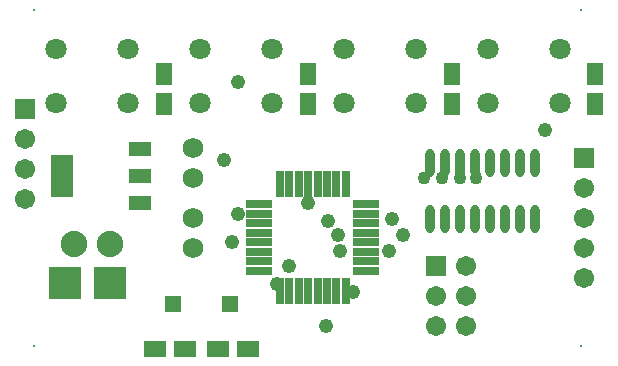
<source format=gts>
G04 Layer_Color=8388736*
%FSLAX25Y25*%
%MOIN*%
G70*
G01*
G75*
%ADD37O,0.03162X0.09461*%
%ADD38R,0.07690X0.14186*%
%ADD39R,0.07690X0.04934*%
%ADD40R,0.07690X0.04934*%
%ADD41R,0.05800X0.07800*%
%ADD42R,0.08800X0.02800*%
%ADD43R,0.02800X0.08800*%
%ADD44C,0.07100*%
%ADD45C,0.08800*%
%ADD46R,0.10800X0.10800*%
%ADD47C,0.00800*%
%ADD48R,0.05800X0.05800*%
%ADD49R,0.07800X0.05800*%
%ADD50C,0.06706*%
%ADD51R,0.06706X0.06706*%
%ADD52C,0.06800*%
%ADD53C,0.04800*%
%ADD54C,0.04300*%
D37*
X179000Y72949D02*
D03*
X174000D02*
D03*
X169000D02*
D03*
X164000D02*
D03*
X159000D02*
D03*
X154000D02*
D03*
X149000D02*
D03*
X144000D02*
D03*
X179000Y54051D02*
D03*
X174000D02*
D03*
X169000D02*
D03*
X164000D02*
D03*
X159000D02*
D03*
X154000D02*
D03*
X149000D02*
D03*
X144000D02*
D03*
D38*
X21508Y68500D02*
D03*
D39*
X47492Y77555D02*
D03*
Y68500D02*
D03*
D40*
X47492Y59445D02*
D03*
D41*
X55500Y102500D02*
D03*
Y92500D02*
D03*
X103500Y102500D02*
D03*
Y92500D02*
D03*
X199000Y102500D02*
D03*
Y92500D02*
D03*
X151500Y102500D02*
D03*
Y92500D02*
D03*
D42*
X87098Y59024D02*
D03*
Y55874D02*
D03*
Y52724D02*
D03*
Y49575D02*
D03*
Y46425D02*
D03*
Y43276D02*
D03*
Y40126D02*
D03*
Y36976D02*
D03*
X122902D02*
D03*
Y40126D02*
D03*
Y43276D02*
D03*
Y46425D02*
D03*
Y49575D02*
D03*
Y52724D02*
D03*
Y55874D02*
D03*
Y59024D02*
D03*
D43*
X93976Y30098D02*
D03*
X97126D02*
D03*
X100276D02*
D03*
X103425D02*
D03*
X106575D02*
D03*
X109724D02*
D03*
X112874D02*
D03*
X116024D02*
D03*
X116024Y65902D02*
D03*
X112874D02*
D03*
X109724D02*
D03*
X106575D02*
D03*
X103425D02*
D03*
X100276D02*
D03*
X97126D02*
D03*
X93976D02*
D03*
D44*
X43500Y111000D02*
D03*
X19500Y93000D02*
D03*
Y111000D02*
D03*
X43500Y93000D02*
D03*
X187500Y111000D02*
D03*
X163500Y93000D02*
D03*
Y111000D02*
D03*
X187500Y93000D02*
D03*
X139500Y111000D02*
D03*
X115500Y93000D02*
D03*
Y111000D02*
D03*
X139500Y93000D02*
D03*
X91500Y111000D02*
D03*
X67500Y93000D02*
D03*
Y111000D02*
D03*
X91500Y93000D02*
D03*
D45*
X25500Y46000D02*
D03*
X37500D02*
D03*
D46*
Y33000D02*
D03*
X22500D02*
D03*
D47*
X194500Y12000D02*
D03*
Y124000D02*
D03*
X12000D02*
D03*
Y12000D02*
D03*
D48*
X77500Y26000D02*
D03*
X58500D02*
D03*
D49*
X83500Y11000D02*
D03*
X73500D02*
D03*
X52500D02*
D03*
X62500D02*
D03*
D50*
X156000Y18500D02*
D03*
X146000D02*
D03*
X156000Y28500D02*
D03*
X146000D02*
D03*
X156000Y38500D02*
D03*
X9000Y61000D02*
D03*
Y71000D02*
D03*
Y81000D02*
D03*
X195500Y64500D02*
D03*
Y54500D02*
D03*
Y44500D02*
D03*
Y34500D02*
D03*
D51*
X146000Y38500D02*
D03*
X9000Y91000D02*
D03*
X195500Y74500D02*
D03*
D52*
X65000Y44500D02*
D03*
Y54500D02*
D03*
Y78000D02*
D03*
Y68000D02*
D03*
D53*
X47492Y77555D02*
D03*
X182500Y84000D02*
D03*
X78000Y46500D02*
D03*
X118500Y30000D02*
D03*
X131551Y54051D02*
D03*
X130500Y43500D02*
D03*
X135000Y49000D02*
D03*
X110000Y53500D02*
D03*
X113500Y49000D02*
D03*
X114000Y43500D02*
D03*
X93000Y32500D02*
D03*
X109500Y18500D02*
D03*
X97000Y38500D02*
D03*
X80000Y100000D02*
D03*
Y56000D02*
D03*
X103500Y59500D02*
D03*
X75500Y74000D02*
D03*
D54*
X154000Y68000D02*
D03*
X159500D02*
D03*
X148000D02*
D03*
X142000D02*
D03*
M02*

</source>
